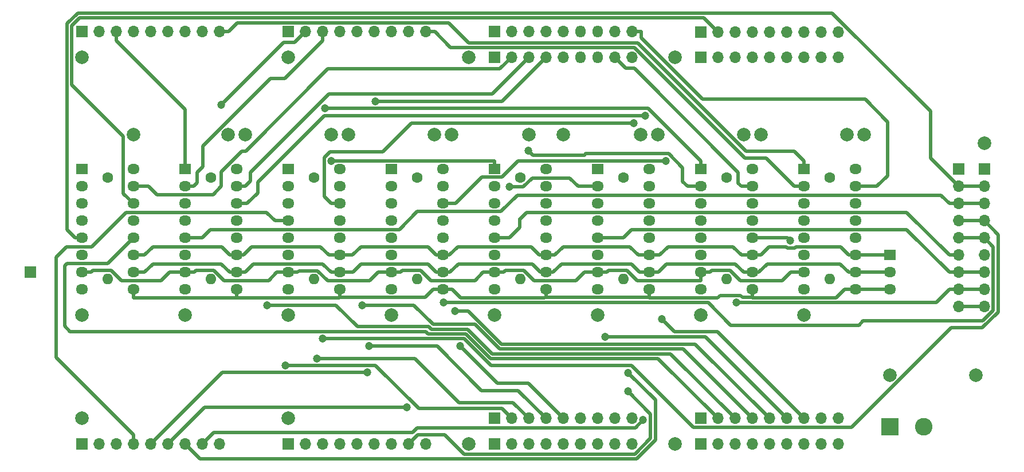
<source format=gbr>
%TF.GenerationSoftware,KiCad,Pcbnew,(5.1.8)-1*%
%TF.CreationDate,2022-11-23T21:50:43+03:00*%
%TF.ProjectId,MUX8x1-v3,4d555838-7831-42d7-9633-2e6b69636164,rev?*%
%TF.SameCoordinates,Original*%
%TF.FileFunction,Copper,L1,Top*%
%TF.FilePolarity,Positive*%
%FSLAX46Y46*%
G04 Gerber Fmt 4.6, Leading zero omitted, Abs format (unit mm)*
G04 Created by KiCad (PCBNEW (5.1.8)-1) date 2022-11-23 21:50:43*
%MOMM*%
%LPD*%
G01*
G04 APERTURE LIST*
%TA.AperFunction,ComponentPad*%
%ADD10O,1.700000X1.700000*%
%TD*%
%TA.AperFunction,ComponentPad*%
%ADD11R,1.700000X1.700000*%
%TD*%
%TA.AperFunction,ComponentPad*%
%ADD12O,1.500000X1.800000*%
%TD*%
%TA.AperFunction,ComponentPad*%
%ADD13O,1.600000X1.600000*%
%TD*%
%TA.AperFunction,ComponentPad*%
%ADD14C,1.600000*%
%TD*%
%TA.AperFunction,ComponentPad*%
%ADD15O,1.800000X1.500000*%
%TD*%
%TA.AperFunction,ComponentPad*%
%ADD16R,1.800000X1.500000*%
%TD*%
%TA.AperFunction,ComponentPad*%
%ADD17C,2.600000*%
%TD*%
%TA.AperFunction,ComponentPad*%
%ADD18R,2.600000X2.600000*%
%TD*%
%TA.AperFunction,ViaPad*%
%ADD19C,2.000000*%
%TD*%
%TA.AperFunction,ViaPad*%
%ADD20C,1.200000*%
%TD*%
%TA.AperFunction,Conductor*%
%ADD21C,0.500000*%
%TD*%
G04 APERTURE END LIST*
D10*
%TO.P,J21,9*%
%TO.N,/O7*%
X171450000Y-78740000D03*
%TO.P,J21,8*%
%TO.N,/O6*%
X171450000Y-76200000D03*
%TO.P,J21,7*%
%TO.N,/O5*%
X171450000Y-73660000D03*
%TO.P,J21,6*%
%TO.N,/O4*%
X171450000Y-71120000D03*
%TO.P,J21,5*%
%TO.N,/O3*%
X171450000Y-68580000D03*
%TO.P,J21,4*%
%TO.N,/O2*%
X171450000Y-66040000D03*
%TO.P,J21,3*%
%TO.N,/O1*%
X171450000Y-63500000D03*
%TO.P,J21,2*%
%TO.N,/O0*%
X171450000Y-60960000D03*
D11*
%TO.P,J21,1*%
%TO.N,GND*%
X171450000Y-58420000D03*
%TD*%
D10*
%TO.P,J19,9*%
%TO.N,/O7*%
X167640000Y-78740000D03*
%TO.P,J19,8*%
%TO.N,/O6*%
X167640000Y-76200000D03*
%TO.P,J19,7*%
%TO.N,/O5*%
X167640000Y-73660000D03*
%TO.P,J19,6*%
%TO.N,/O4*%
X167640000Y-71120000D03*
%TO.P,J19,5*%
%TO.N,/O3*%
X167640000Y-68580000D03*
%TO.P,J19,4*%
%TO.N,/O2*%
X167640000Y-66040000D03*
%TO.P,J19,3*%
%TO.N,/O1*%
X167640000Y-63500000D03*
%TO.P,J19,2*%
%TO.N,/O0*%
X167640000Y-60960000D03*
D11*
%TO.P,J19,1*%
%TO.N,GND*%
X167640000Y-58420000D03*
%TD*%
D10*
%TO.P,J18,9*%
%TO.N,/H7*%
X149860000Y-95250000D03*
%TO.P,J18,8*%
%TO.N,/H6*%
X147320000Y-95250000D03*
%TO.P,J18,7*%
%TO.N,/H5*%
X144780000Y-95250000D03*
%TO.P,J18,6*%
%TO.N,/H4*%
X142240000Y-95250000D03*
%TO.P,J18,5*%
%TO.N,/H3*%
X139700000Y-95250000D03*
%TO.P,J18,4*%
%TO.N,/H2*%
X137160000Y-95250000D03*
%TO.P,J18,3*%
%TO.N,/H1*%
X134620000Y-95250000D03*
%TO.P,J18,2*%
%TO.N,/H0*%
X132080000Y-95250000D03*
D11*
%TO.P,J18,1*%
%TO.N,GND*%
X129540000Y-95250000D03*
%TD*%
D10*
%TO.P,J16,9*%
%TO.N,/H7*%
X149860000Y-99060000D03*
%TO.P,J16,8*%
%TO.N,/H6*%
X147320000Y-99060000D03*
%TO.P,J16,7*%
%TO.N,/H5*%
X144780000Y-99060000D03*
%TO.P,J16,6*%
%TO.N,/H4*%
X142240000Y-99060000D03*
%TO.P,J16,5*%
%TO.N,/H3*%
X139700000Y-99060000D03*
%TO.P,J16,4*%
%TO.N,/H2*%
X137160000Y-99060000D03*
%TO.P,J16,3*%
%TO.N,/H1*%
X134620000Y-99060000D03*
%TO.P,J16,2*%
%TO.N,/H0*%
X132080000Y-99060000D03*
D11*
%TO.P,J16,1*%
%TO.N,GND*%
X129540000Y-99060000D03*
%TD*%
D10*
%TO.P,J15,9*%
%TO.N,/D7*%
X58420000Y-38100000D03*
%TO.P,J15,8*%
%TO.N,/D6*%
X55880000Y-38100000D03*
%TO.P,J15,7*%
%TO.N,/D5*%
X53340000Y-38100000D03*
%TO.P,J15,6*%
%TO.N,/D4*%
X50800000Y-38100000D03*
%TO.P,J15,5*%
%TO.N,/D3*%
X48260000Y-38100000D03*
%TO.P,J15,4*%
%TO.N,/D2*%
X45720000Y-38100000D03*
%TO.P,J15,3*%
%TO.N,/D1*%
X43180000Y-38100000D03*
%TO.P,J15,2*%
%TO.N,/D0*%
X40640000Y-38100000D03*
D11*
%TO.P,J15,1*%
%TO.N,GND*%
X38100000Y-38100000D03*
%TD*%
D10*
%TO.P,J14,9*%
%TO.N,/G7*%
X119380000Y-99060000D03*
%TO.P,J14,8*%
%TO.N,/G6*%
X116840000Y-99060000D03*
%TO.P,J14,7*%
%TO.N,/G5*%
X114300000Y-99060000D03*
%TO.P,J14,6*%
%TO.N,/G4*%
X111760000Y-99060000D03*
%TO.P,J14,5*%
%TO.N,/G3*%
X109220000Y-99060000D03*
%TO.P,J14,4*%
%TO.N,/G2*%
X106680000Y-99060000D03*
%TO.P,J14,3*%
%TO.N,/G1*%
X104140000Y-99060000D03*
%TO.P,J14,2*%
%TO.N,/G0*%
X101600000Y-99060000D03*
D11*
%TO.P,J14,1*%
%TO.N,GND*%
X99060000Y-99060000D03*
%TD*%
D10*
%TO.P,J12,9*%
%TO.N,/G7*%
X119380000Y-95250000D03*
%TO.P,J12,8*%
%TO.N,/G6*%
X116840000Y-95250000D03*
%TO.P,J12,7*%
%TO.N,/G5*%
X114300000Y-95250000D03*
%TO.P,J12,6*%
%TO.N,/G4*%
X111760000Y-95250000D03*
%TO.P,J12,5*%
%TO.N,/G3*%
X109220000Y-95250000D03*
%TO.P,J12,4*%
%TO.N,/G2*%
X106680000Y-95250000D03*
%TO.P,J12,3*%
%TO.N,/G1*%
X104140000Y-95250000D03*
%TO.P,J12,2*%
%TO.N,/G0*%
X101600000Y-95250000D03*
D11*
%TO.P,J12,1*%
%TO.N,GND*%
X99060000Y-95250000D03*
%TD*%
D10*
%TO.P,J11,9*%
%TO.N,/C7*%
X88900000Y-38100000D03*
%TO.P,J11,8*%
%TO.N,/C6*%
X86360000Y-38100000D03*
%TO.P,J11,7*%
%TO.N,/C5*%
X83820000Y-38100000D03*
%TO.P,J11,6*%
%TO.N,/C4*%
X81280000Y-38100000D03*
%TO.P,J11,5*%
%TO.N,/C3*%
X78740000Y-38100000D03*
%TO.P,J11,4*%
%TO.N,/C2*%
X76200000Y-38100000D03*
%TO.P,J11,3*%
%TO.N,/C1*%
X73660000Y-38100000D03*
%TO.P,J11,2*%
%TO.N,/C0*%
X71120000Y-38100000D03*
D11*
%TO.P,J11,1*%
%TO.N,GND*%
X68580000Y-38100000D03*
%TD*%
D10*
%TO.P,J8,9*%
%TO.N,/F7*%
X149860000Y-38140000D03*
%TO.P,J8,8*%
%TO.N,/F6*%
X147320000Y-38140000D03*
%TO.P,J8,7*%
%TO.N,/F5*%
X144780000Y-38140000D03*
%TO.P,J8,6*%
%TO.N,/F4*%
X142240000Y-38140000D03*
%TO.P,J8,5*%
%TO.N,/F3*%
X139700000Y-38140000D03*
%TO.P,J8,4*%
%TO.N,/F2*%
X137160000Y-38140000D03*
%TO.P,J8,3*%
%TO.N,/F1*%
X134620000Y-38140000D03*
%TO.P,J8,2*%
%TO.N,/F0*%
X132080000Y-38140000D03*
D11*
%TO.P,J8,1*%
%TO.N,GND*%
X129540000Y-38140000D03*
%TD*%
D10*
%TO.P,J6,9*%
%TO.N,/F7*%
X149860000Y-41910000D03*
%TO.P,J6,8*%
%TO.N,/F6*%
X147320000Y-41910000D03*
%TO.P,J6,7*%
%TO.N,/F5*%
X144780000Y-41910000D03*
%TO.P,J6,6*%
%TO.N,/F4*%
X142240000Y-41910000D03*
%TO.P,J6,5*%
%TO.N,/F3*%
X139700000Y-41910000D03*
%TO.P,J6,4*%
%TO.N,/F2*%
X137160000Y-41910000D03*
%TO.P,J6,3*%
%TO.N,/F1*%
X134620000Y-41910000D03*
%TO.P,J6,2*%
%TO.N,/F0*%
X132080000Y-41910000D03*
D11*
%TO.P,J6,1*%
%TO.N,GND*%
X129540000Y-41910000D03*
%TD*%
D10*
%TO.P,J5,9*%
%TO.N,/B7*%
X88900000Y-99060000D03*
%TO.P,J5,8*%
%TO.N,/B6*%
X86360000Y-99060000D03*
%TO.P,J5,7*%
%TO.N,/B5*%
X83820000Y-99060000D03*
%TO.P,J5,6*%
%TO.N,/B4*%
X81280000Y-99060000D03*
%TO.P,J5,5*%
%TO.N,/B3*%
X78740000Y-99060000D03*
%TO.P,J5,4*%
%TO.N,/B2*%
X76200000Y-99060000D03*
%TO.P,J5,3*%
%TO.N,/B1*%
X73660000Y-99060000D03*
%TO.P,J5,2*%
%TO.N,/B0*%
X71120000Y-99060000D03*
D11*
%TO.P,J5,1*%
%TO.N,GND*%
X68580000Y-99060000D03*
%TD*%
D10*
%TO.P,J4,9*%
%TO.N,/E7*%
X119380000Y-38100000D03*
%TO.P,J4,8*%
%TO.N,/E6*%
X116840000Y-38100000D03*
D12*
%TO.P,J4,7*%
%TO.N,/E5*%
X114300000Y-38100000D03*
%TO.P,J4,6*%
%TO.N,/E4*%
X111760000Y-38100000D03*
D10*
%TO.P,J4,5*%
%TO.N,/E3*%
X109220000Y-38100000D03*
%TO.P,J4,4*%
%TO.N,/E2*%
X106680000Y-38100000D03*
%TO.P,J4,3*%
%TO.N,/E1*%
X104140000Y-38100000D03*
%TO.P,J4,2*%
%TO.N,/E0*%
X101600000Y-38100000D03*
D11*
%TO.P,J4,1*%
%TO.N,GND*%
X99060000Y-38100000D03*
%TD*%
D10*
%TO.P,J2,9*%
%TO.N,/E7*%
X119380000Y-41910000D03*
%TO.P,J2,8*%
%TO.N,/E6*%
X116840000Y-41910000D03*
D12*
%TO.P,J2,7*%
%TO.N,/E5*%
X114300000Y-41910000D03*
%TO.P,J2,6*%
%TO.N,/E4*%
X111760000Y-41910000D03*
D10*
%TO.P,J2,5*%
%TO.N,/E3*%
X109220000Y-41910000D03*
%TO.P,J2,4*%
%TO.N,/E2*%
X106680000Y-41910000D03*
%TO.P,J2,3*%
%TO.N,/E1*%
X104140000Y-41910000D03*
%TO.P,J2,2*%
%TO.N,/E0*%
X101600000Y-41910000D03*
D11*
%TO.P,J2,1*%
%TO.N,GND*%
X99060000Y-41910000D03*
%TD*%
D10*
%TO.P,J1,9*%
%TO.N,/A7*%
X58420000Y-99060000D03*
%TO.P,J1,8*%
%TO.N,/A6*%
X55880000Y-99060000D03*
%TO.P,J1,7*%
%TO.N,/A5*%
X53340000Y-99060000D03*
%TO.P,J1,6*%
%TO.N,/A4*%
X50800000Y-99060000D03*
%TO.P,J1,5*%
%TO.N,/A3*%
X48260000Y-99060000D03*
%TO.P,J1,4*%
%TO.N,/A2*%
X45720000Y-99060000D03*
%TO.P,J1,3*%
%TO.N,/A1*%
X43180000Y-99060000D03*
%TO.P,J1,2*%
%TO.N,/A0*%
X40640000Y-99060000D03*
D11*
%TO.P,J1,1*%
%TO.N,GND*%
X38100000Y-99060000D03*
%TD*%
D13*
%TO.P,C8,2*%
%TO.N,GND*%
X148590000Y-74690000D03*
D14*
%TO.P,C8,1*%
%TO.N,VCC*%
X148590000Y-59690000D03*
%TD*%
D13*
%TO.P,C7,2*%
%TO.N,GND*%
X133350000Y-74690000D03*
D14*
%TO.P,C7,1*%
%TO.N,VCC*%
X133350000Y-59690000D03*
%TD*%
D13*
%TO.P,C6,2*%
%TO.N,GND*%
X118110000Y-74690000D03*
D14*
%TO.P,C6,1*%
%TO.N,VCC*%
X118110000Y-59690000D03*
%TD*%
D13*
%TO.P,C5,2*%
%TO.N,GND*%
X102870000Y-74690000D03*
D14*
%TO.P,C5,1*%
%TO.N,VCC*%
X102870000Y-59690000D03*
%TD*%
D13*
%TO.P,C4,2*%
%TO.N,GND*%
X87630000Y-74690000D03*
D14*
%TO.P,C4,1*%
%TO.N,VCC*%
X87630000Y-59690000D03*
%TD*%
D13*
%TO.P,C3,2*%
%TO.N,GND*%
X72390000Y-74690000D03*
D14*
%TO.P,C3,1*%
%TO.N,VCC*%
X72390000Y-59690000D03*
%TD*%
D13*
%TO.P,C2,2*%
%TO.N,GND*%
X57150000Y-74690000D03*
D14*
%TO.P,C2,1*%
%TO.N,VCC*%
X57150000Y-59690000D03*
%TD*%
D13*
%TO.P,C1,2*%
%TO.N,GND*%
X41910000Y-74690000D03*
D14*
%TO.P,C1,1*%
%TO.N,VCC*%
X41910000Y-59690000D03*
%TD*%
D15*
%TO.P,U8,16*%
%TO.N,VCC*%
X152400000Y-58420000D03*
%TO.P,U8,8*%
%TO.N,GND*%
X144780000Y-76200000D03*
%TO.P,U8,15*%
%TO.N,/E7*%
X152400000Y-60960000D03*
%TO.P,U8,7*%
%TO.N,/~E*%
X144780000Y-73660000D03*
%TO.P,U8,14*%
%TO.N,/F7*%
X152400000Y-63500000D03*
%TO.P,U8,6*%
%TO.N,Net-(U8-Pad6)*%
X144780000Y-71120000D03*
%TO.P,U8,13*%
%TO.N,/G7*%
X152400000Y-66040000D03*
%TO.P,U8,5*%
%TO.N,/O7*%
X144780000Y-68580000D03*
%TO.P,U8,12*%
%TO.N,/H7*%
X152400000Y-68580000D03*
%TO.P,U8,4*%
%TO.N,/A7*%
X144780000Y-66040000D03*
%TO.P,U8,11*%
%TO.N,/S0*%
X152400000Y-71120000D03*
%TO.P,U8,3*%
%TO.N,/B7*%
X144780000Y-63500000D03*
%TO.P,U8,10*%
%TO.N,/S1*%
X152400000Y-73660000D03*
%TO.P,U8,2*%
%TO.N,/C7*%
X144780000Y-60960000D03*
%TO.P,U8,9*%
%TO.N,/S2*%
X152400000Y-76200000D03*
D16*
%TO.P,U8,1*%
%TO.N,/D7*%
X144780000Y-58420000D03*
%TD*%
D15*
%TO.P,U7,16*%
%TO.N,VCC*%
X137160000Y-58420000D03*
%TO.P,U7,8*%
%TO.N,GND*%
X129540000Y-76200000D03*
%TO.P,U7,15*%
%TO.N,/E6*%
X137160000Y-60960000D03*
%TO.P,U7,7*%
%TO.N,/~E*%
X129540000Y-73660000D03*
%TO.P,U7,14*%
%TO.N,/F6*%
X137160000Y-63500000D03*
%TO.P,U7,6*%
%TO.N,Net-(U7-Pad6)*%
X129540000Y-71120000D03*
%TO.P,U7,13*%
%TO.N,/G6*%
X137160000Y-66040000D03*
%TO.P,U7,5*%
%TO.N,/O6*%
X129540000Y-68580000D03*
%TO.P,U7,12*%
%TO.N,/H6*%
X137160000Y-68580000D03*
%TO.P,U7,4*%
%TO.N,/A6*%
X129540000Y-66040000D03*
%TO.P,U7,11*%
%TO.N,/S0*%
X137160000Y-71120000D03*
%TO.P,U7,3*%
%TO.N,/B6*%
X129540000Y-63500000D03*
%TO.P,U7,10*%
%TO.N,/S1*%
X137160000Y-73660000D03*
%TO.P,U7,2*%
%TO.N,/C6*%
X129540000Y-60960000D03*
%TO.P,U7,9*%
%TO.N,/S2*%
X137160000Y-76200000D03*
D16*
%TO.P,U7,1*%
%TO.N,/D6*%
X129540000Y-58420000D03*
%TD*%
D15*
%TO.P,U6,16*%
%TO.N,VCC*%
X121920000Y-58420000D03*
%TO.P,U6,8*%
%TO.N,GND*%
X114300000Y-76200000D03*
%TO.P,U6,15*%
%TO.N,/E5*%
X121920000Y-60960000D03*
%TO.P,U6,7*%
%TO.N,/~E*%
X114300000Y-73660000D03*
%TO.P,U6,14*%
%TO.N,/F5*%
X121920000Y-63500000D03*
%TO.P,U6,6*%
%TO.N,Net-(U6-Pad6)*%
X114300000Y-71120000D03*
%TO.P,U6,13*%
%TO.N,/G5*%
X121920000Y-66040000D03*
%TO.P,U6,5*%
%TO.N,/O5*%
X114300000Y-68580000D03*
%TO.P,U6,12*%
%TO.N,/H5*%
X121920000Y-68580000D03*
%TO.P,U6,4*%
%TO.N,/A5*%
X114300000Y-66040000D03*
%TO.P,U6,11*%
%TO.N,/S0*%
X121920000Y-71120000D03*
%TO.P,U6,3*%
%TO.N,/B5*%
X114300000Y-63500000D03*
%TO.P,U6,10*%
%TO.N,/S1*%
X121920000Y-73660000D03*
%TO.P,U6,2*%
%TO.N,/C5*%
X114300000Y-60960000D03*
%TO.P,U6,9*%
%TO.N,/S2*%
X121920000Y-76200000D03*
D16*
%TO.P,U6,1*%
%TO.N,/D5*%
X114300000Y-58420000D03*
%TD*%
D15*
%TO.P,U5,16*%
%TO.N,VCC*%
X106680000Y-58420000D03*
%TO.P,U5,8*%
%TO.N,GND*%
X99060000Y-76200000D03*
%TO.P,U5,15*%
%TO.N,/E4*%
X106680000Y-60960000D03*
%TO.P,U5,7*%
%TO.N,/~E*%
X99060000Y-73660000D03*
%TO.P,U5,14*%
%TO.N,/F4*%
X106680000Y-63500000D03*
%TO.P,U5,6*%
%TO.N,Net-(U5-Pad6)*%
X99060000Y-71120000D03*
%TO.P,U5,13*%
%TO.N,/G4*%
X106680000Y-66040000D03*
%TO.P,U5,5*%
%TO.N,/O4*%
X99060000Y-68580000D03*
%TO.P,U5,12*%
%TO.N,/H4*%
X106680000Y-68580000D03*
%TO.P,U5,4*%
%TO.N,/A4*%
X99060000Y-66040000D03*
%TO.P,U5,11*%
%TO.N,/S0*%
X106680000Y-71120000D03*
%TO.P,U5,3*%
%TO.N,/B4*%
X99060000Y-63500000D03*
%TO.P,U5,10*%
%TO.N,/S1*%
X106680000Y-73660000D03*
%TO.P,U5,2*%
%TO.N,/C4*%
X99060000Y-60960000D03*
%TO.P,U5,9*%
%TO.N,/S2*%
X106680000Y-76200000D03*
D16*
%TO.P,U5,1*%
%TO.N,/D4*%
X99060000Y-58420000D03*
%TD*%
D15*
%TO.P,U4,16*%
%TO.N,VCC*%
X91440000Y-58420000D03*
%TO.P,U4,8*%
%TO.N,GND*%
X83820000Y-76200000D03*
%TO.P,U4,15*%
%TO.N,/E3*%
X91440000Y-60960000D03*
%TO.P,U4,7*%
%TO.N,/~E*%
X83820000Y-73660000D03*
%TO.P,U4,14*%
%TO.N,/F3*%
X91440000Y-63500000D03*
%TO.P,U4,6*%
%TO.N,Net-(U4-Pad6)*%
X83820000Y-71120000D03*
%TO.P,U4,13*%
%TO.N,/G3*%
X91440000Y-66040000D03*
%TO.P,U4,5*%
%TO.N,/O3*%
X83820000Y-68580000D03*
%TO.P,U4,12*%
%TO.N,/H3*%
X91440000Y-68580000D03*
%TO.P,U4,4*%
%TO.N,/A3*%
X83820000Y-66040000D03*
%TO.P,U4,11*%
%TO.N,/S0*%
X91440000Y-71120000D03*
%TO.P,U4,3*%
%TO.N,/B3*%
X83820000Y-63500000D03*
%TO.P,U4,10*%
%TO.N,/S1*%
X91440000Y-73660000D03*
%TO.P,U4,2*%
%TO.N,/C3*%
X83820000Y-60960000D03*
%TO.P,U4,9*%
%TO.N,/S2*%
X91440000Y-76200000D03*
D16*
%TO.P,U4,1*%
%TO.N,/D3*%
X83820000Y-58420000D03*
%TD*%
D15*
%TO.P,U3,16*%
%TO.N,VCC*%
X76200000Y-58420000D03*
%TO.P,U3,8*%
%TO.N,GND*%
X68580000Y-76200000D03*
%TO.P,U3,15*%
%TO.N,/E2*%
X76200000Y-60960000D03*
%TO.P,U3,7*%
%TO.N,/~E*%
X68580000Y-73660000D03*
%TO.P,U3,14*%
%TO.N,/F2*%
X76200000Y-63500000D03*
%TO.P,U3,6*%
%TO.N,Net-(U3-Pad6)*%
X68580000Y-71120000D03*
%TO.P,U3,13*%
%TO.N,/G2*%
X76200000Y-66040000D03*
%TO.P,U3,5*%
%TO.N,/O2*%
X68580000Y-68580000D03*
%TO.P,U3,12*%
%TO.N,/H2*%
X76200000Y-68580000D03*
%TO.P,U3,4*%
%TO.N,/A2*%
X68580000Y-66040000D03*
%TO.P,U3,11*%
%TO.N,/S0*%
X76200000Y-71120000D03*
%TO.P,U3,3*%
%TO.N,/B2*%
X68580000Y-63500000D03*
%TO.P,U3,10*%
%TO.N,/S1*%
X76200000Y-73660000D03*
%TO.P,U3,2*%
%TO.N,/C2*%
X68580000Y-60960000D03*
%TO.P,U3,9*%
%TO.N,/S2*%
X76200000Y-76200000D03*
D16*
%TO.P,U3,1*%
%TO.N,/D2*%
X68580000Y-58420000D03*
%TD*%
D15*
%TO.P,U2,16*%
%TO.N,VCC*%
X60960000Y-58420000D03*
%TO.P,U2,8*%
%TO.N,GND*%
X53340000Y-76200000D03*
%TO.P,U2,15*%
%TO.N,/E1*%
X60960000Y-60960000D03*
%TO.P,U2,7*%
%TO.N,/~E*%
X53340000Y-73660000D03*
%TO.P,U2,14*%
%TO.N,/F1*%
X60960000Y-63500000D03*
%TO.P,U2,6*%
%TO.N,Net-(U2-Pad6)*%
X53340000Y-71120000D03*
%TO.P,U2,13*%
%TO.N,/G1*%
X60960000Y-66040000D03*
%TO.P,U2,5*%
%TO.N,/O1*%
X53340000Y-68580000D03*
%TO.P,U2,12*%
%TO.N,/H1*%
X60960000Y-68580000D03*
%TO.P,U2,4*%
%TO.N,/A1*%
X53340000Y-66040000D03*
%TO.P,U2,11*%
%TO.N,/S0*%
X60960000Y-71120000D03*
%TO.P,U2,3*%
%TO.N,/B1*%
X53340000Y-63500000D03*
%TO.P,U2,10*%
%TO.N,/S1*%
X60960000Y-73660000D03*
%TO.P,U2,2*%
%TO.N,/C1*%
X53340000Y-60960000D03*
%TO.P,U2,9*%
%TO.N,/S2*%
X60960000Y-76200000D03*
D16*
%TO.P,U2,1*%
%TO.N,/D1*%
X53340000Y-58420000D03*
%TD*%
D15*
%TO.P,U1,16*%
%TO.N,VCC*%
X45720000Y-58420000D03*
%TO.P,U1,8*%
%TO.N,GND*%
X38100000Y-76200000D03*
%TO.P,U1,15*%
%TO.N,/E0*%
X45720000Y-60960000D03*
%TO.P,U1,7*%
%TO.N,/~E*%
X38100000Y-73660000D03*
%TO.P,U1,14*%
%TO.N,/F0*%
X45720000Y-63500000D03*
%TO.P,U1,6*%
%TO.N,Net-(U1-Pad6)*%
X38100000Y-71120000D03*
%TO.P,U1,13*%
%TO.N,/G0*%
X45720000Y-66040000D03*
%TO.P,U1,5*%
%TO.N,/O0*%
X38100000Y-68580000D03*
%TO.P,U1,12*%
%TO.N,/H0*%
X45720000Y-68580000D03*
%TO.P,U1,4*%
%TO.N,/A0*%
X38100000Y-66040000D03*
%TO.P,U1,11*%
%TO.N,/S0*%
X45720000Y-71120000D03*
%TO.P,U1,3*%
%TO.N,/B0*%
X38100000Y-63500000D03*
%TO.P,U1,10*%
%TO.N,/S1*%
X45720000Y-73660000D03*
%TO.P,U1,2*%
%TO.N,/C0*%
X38100000Y-60960000D03*
%TO.P,U1,9*%
%TO.N,/S2*%
X45720000Y-76200000D03*
D16*
%TO.P,U1,1*%
%TO.N,/D0*%
X38100000Y-58420000D03*
%TD*%
D11*
%TO.P,J20,1*%
%TO.N,/~E*%
X30480000Y-73660000D03*
%TD*%
D15*
%TO.P,J10,3*%
%TO.N,/S2*%
X157480000Y-76200000D03*
%TO.P,J10,2*%
%TO.N,/S1*%
X157480000Y-73660000D03*
D16*
%TO.P,J10,1*%
%TO.N,/S0*%
X157480000Y-71120000D03*
%TD*%
D17*
%TO.P,J9,2*%
%TO.N,GND*%
X162480000Y-96520000D03*
D18*
%TO.P,J9,1*%
%TO.N,VCC*%
X157480000Y-96520000D03*
%TD*%
D19*
%TO.N,GND*%
X171450000Y-54610000D03*
X144780000Y-80010000D03*
X129540000Y-80010000D03*
X114300000Y-80010000D03*
X99060000Y-80010000D03*
X83820000Y-80010000D03*
X68580000Y-80010000D03*
X53340000Y-80010000D03*
X38100000Y-80010000D03*
X38100000Y-95250000D03*
X68580000Y-95250000D03*
X95250000Y-99060000D03*
X125730000Y-99060000D03*
X125730000Y-41910000D03*
X95250000Y-41910000D03*
X68580000Y-41910000D03*
X38100000Y-41910000D03*
X170180000Y-88900000D03*
%TO.N,VCC*%
X157480000Y-88900000D03*
X151130000Y-53340000D03*
X138430000Y-53340000D03*
X123190000Y-53340000D03*
X109220000Y-53340000D03*
X92710000Y-53340000D03*
X77470000Y-53340000D03*
X59690000Y-53340000D03*
X45720000Y-53340000D03*
X153670000Y-53340000D03*
X135890000Y-53340000D03*
X120650000Y-53340000D03*
X104140000Y-53340000D03*
X90170000Y-53340000D03*
X74930000Y-53340000D03*
X62230000Y-53340000D03*
D20*
%TO.N,/A6*%
X121047400Y-95492800D03*
%TO.N,/A5*%
X118812900Y-88501900D03*
%TO.N,/A4*%
X86160600Y-93622200D03*
%TO.N,/A3*%
X80277400Y-88482200D03*
%TO.N,/E2*%
X81507700Y-48395900D03*
%TO.N,/B6*%
X118813500Y-91283200D03*
%TO.N,/F3*%
X124390300Y-57219700D03*
%TO.N,/F2*%
X119702800Y-51652700D03*
%TO.N,/F1*%
X121368200Y-50515400D03*
%TO.N,/C6*%
X104111300Y-55672600D03*
%TO.N,/C5*%
X101288200Y-61040800D03*
%TO.N,/C0*%
X58707800Y-48938500D03*
%TO.N,/G3*%
X93975900Y-84526300D03*
%TO.N,/G2*%
X80588500Y-84595800D03*
%TO.N,/G1*%
X72886000Y-86381400D03*
%TO.N,/G0*%
X68229700Y-87431800D03*
%TO.N,/D6*%
X74023800Y-49446300D03*
%TO.N,/D4*%
X74976200Y-57170000D03*
%TO.N,/H6*%
X142756400Y-68993800D03*
%TO.N,/H5*%
X123777100Y-80592000D03*
%TO.N,/H4*%
X115436200Y-83238000D03*
%TO.N,/H3*%
X93293600Y-79361700D03*
%TO.N,/H2*%
X79502200Y-78515100D03*
%TO.N,/H1*%
X65446900Y-78506000D03*
%TO.N,/O6*%
X134829700Y-78150300D03*
%TO.N,/O3*%
X91542700Y-78150400D03*
%TO.N,/O2*%
X73692200Y-83476000D03*
%TD*%
D21*
%TO.N,/A6*%
X55880000Y-99060000D02*
X57581300Y-97358700D01*
X57581300Y-97358700D02*
X86959200Y-97358700D01*
X86959200Y-97358700D02*
X87659500Y-96658400D01*
X87659500Y-96658400D02*
X119881800Y-96658400D01*
X119881800Y-96658400D02*
X121047400Y-95492800D01*
%TO.N,/A5*%
X53340000Y-99060000D02*
X55550700Y-101270700D01*
X55550700Y-101270700D02*
X120048600Y-101270700D01*
X120048600Y-101270700D02*
X122851100Y-98468200D01*
X122851100Y-98468200D02*
X122851100Y-92540100D01*
X122851100Y-92540100D02*
X118812900Y-88501900D01*
%TO.N,/A4*%
X50800000Y-99060000D02*
X56237800Y-93622200D01*
X56237800Y-93622200D02*
X86160600Y-93622200D01*
%TO.N,/A3*%
X48260000Y-99060000D02*
X58837800Y-88482200D01*
X58837800Y-88482200D02*
X80277400Y-88482200D01*
%TO.N,/A2*%
X45720000Y-97710000D02*
X45720000Y-99060000D01*
X34290000Y-86280000D02*
X45720000Y-97710000D01*
X34290000Y-71437500D02*
X34290000Y-86280000D01*
X35850200Y-69877300D02*
X34290000Y-71437500D01*
X39540900Y-69877300D02*
X35850200Y-69877300D01*
X44628200Y-64790000D02*
X39540900Y-69877300D01*
X66675000Y-66040000D02*
X65425000Y-64790000D01*
X68580000Y-66040000D02*
X66675000Y-66040000D01*
X65425000Y-64790000D02*
X44628200Y-64790000D01*
%TO.N,/E7*%
X155575000Y-60960000D02*
X152400000Y-60960000D01*
X157162500Y-59372500D02*
X155575000Y-60960000D01*
X157162500Y-51435000D02*
X157162500Y-59372500D01*
X153832700Y-48105200D02*
X157162500Y-51435000D01*
X120730000Y-39016700D02*
X129818500Y-48105200D01*
X129818500Y-48105200D02*
X153832700Y-48105200D01*
X120730000Y-38100000D02*
X120730000Y-39016700D01*
X119380000Y-38100000D02*
X120730000Y-38100000D01*
%TO.N,/E6*%
X119720900Y-43520900D02*
X118450900Y-43520900D01*
X118450900Y-43520900D02*
X116840000Y-41910000D01*
X137160000Y-60960000D02*
X135572500Y-60960000D01*
X135096250Y-60483750D02*
X135096250Y-58896250D01*
X135572500Y-60960000D02*
X135096250Y-60483750D01*
X135096250Y-58896250D02*
X119720900Y-43520900D01*
%TO.N,/E2*%
X106680000Y-41910000D02*
X100194100Y-48395900D01*
X100194100Y-48395900D02*
X81507700Y-48395900D01*
%TO.N,/E1*%
X74594400Y-47325600D02*
X98724400Y-47325600D01*
X98724400Y-47325600D02*
X104140000Y-41910000D01*
X60960000Y-60960000D02*
X62230000Y-60960000D01*
X63023750Y-60166250D02*
X63023750Y-58896250D01*
X62230000Y-60960000D02*
X63023750Y-60166250D01*
X63023750Y-58896250D02*
X74594400Y-47325600D01*
%TO.N,/E0*%
X99897500Y-43612500D02*
X101600000Y-41910000D01*
X74455200Y-43612500D02*
X99897500Y-43612500D01*
X61769100Y-55757300D02*
X62310400Y-55757300D01*
X62310400Y-55757300D02*
X74455200Y-43612500D01*
X58743700Y-58782700D02*
X61769100Y-55757300D01*
X58743700Y-60953800D02*
X58743700Y-58782700D01*
X57487500Y-62210000D02*
X58743700Y-60953800D01*
X49232500Y-62210000D02*
X57487500Y-62210000D01*
X47982500Y-60960000D02*
X49232500Y-62210000D01*
X45720000Y-60960000D02*
X47982500Y-60960000D01*
%TO.N,/B6*%
X118813500Y-91283200D02*
X122150700Y-94620400D01*
X122150700Y-94620400D02*
X122150700Y-98173400D01*
X122150700Y-98173400D02*
X119807100Y-100517000D01*
X119807100Y-100517000D02*
X94576700Y-100517000D01*
X94576700Y-100517000D02*
X91768500Y-97708800D01*
X91768500Y-97708800D02*
X87711200Y-97708800D01*
X87711200Y-97708800D02*
X86360000Y-99060000D01*
%TO.N,/F3*%
X100202700Y-59620400D02*
X102603400Y-57219700D01*
X102603400Y-57219700D02*
X124390300Y-57219700D01*
X91440000Y-63500000D02*
X93345000Y-63500000D01*
X93345000Y-63500000D02*
X97224600Y-59620400D01*
X97224600Y-59620400D02*
X100202700Y-59620400D01*
%TO.N,/F2*%
X86828900Y-51652700D02*
X119702800Y-51652700D01*
X82621500Y-55860100D02*
X86828900Y-51652700D01*
X74773500Y-55860100D02*
X82621500Y-55860100D01*
X73925800Y-56707800D02*
X74773500Y-55860100D01*
X73925800Y-62495800D02*
X73925800Y-56707800D01*
X74930000Y-63500000D02*
X73925800Y-62495800D01*
X76200000Y-63500000D02*
X74930000Y-63500000D01*
%TO.N,/F1*%
X73944600Y-50515400D02*
X121368200Y-50515400D01*
X60960000Y-63500000D02*
X62547500Y-63500000D01*
X64135000Y-61912500D02*
X64135000Y-60325000D01*
X62547500Y-63500000D02*
X64135000Y-61912500D01*
X64135000Y-60325000D02*
X73944600Y-50515400D01*
%TO.N,/F0*%
X45720000Y-63500000D02*
X44269600Y-62049600D01*
X44269600Y-62049600D02*
X44269600Y-53596800D01*
X44269600Y-53596800D02*
X36647800Y-45975000D01*
X36647800Y-45975000D02*
X36647800Y-37199500D01*
X36647800Y-37199500D02*
X37794300Y-36053000D01*
X37794300Y-36053000D02*
X129993000Y-36053000D01*
X129993000Y-36053000D02*
X132080000Y-38140000D01*
%TO.N,/C7*%
X88900000Y-38100000D02*
X90250000Y-38100000D01*
X144780000Y-60960000D02*
X143380000Y-60960000D01*
X143380000Y-60960000D02*
X139239800Y-56819800D01*
X139239800Y-56819800D02*
X136128800Y-56819800D01*
X136128800Y-56819800D02*
X119768600Y-40459600D01*
X119768600Y-40459600D02*
X92609600Y-40459600D01*
X92609600Y-40459600D02*
X90250000Y-38100000D01*
%TO.N,/C6*%
X124808900Y-56124400D02*
X112563900Y-56124400D01*
X112563900Y-56124400D02*
X112366500Y-56321800D01*
X112366500Y-56321800D02*
X104760500Y-56321800D01*
X104760500Y-56321800D02*
X104111300Y-55672600D01*
X129540000Y-60960000D02*
X127635000Y-60960000D01*
X126893500Y-60218500D02*
X126893500Y-58209000D01*
X127635000Y-60960000D02*
X126893500Y-60218500D01*
X126893500Y-58209000D02*
X124808900Y-56124400D01*
%TO.N,/C5*%
X104650200Y-59710000D02*
X103319400Y-61040800D01*
X103319400Y-61040800D02*
X101288200Y-61040800D01*
X111442500Y-60960000D02*
X110192500Y-59710000D01*
X114300000Y-60960000D02*
X111442500Y-60960000D01*
X110192500Y-59710000D02*
X104650200Y-59710000D01*
%TO.N,/C1*%
X73660000Y-38100000D02*
X73660000Y-39450000D01*
X55999400Y-58066200D02*
X55999400Y-54966400D01*
X55999400Y-54966400D02*
X65969400Y-44996400D01*
X65969400Y-44996400D02*
X68113600Y-44996400D01*
X68113600Y-44996400D02*
X73660000Y-39450000D01*
X53340000Y-60960000D02*
X54610000Y-60960000D01*
X55127800Y-60442200D02*
X55127800Y-58937800D01*
X54610000Y-60960000D02*
X55127800Y-60442200D01*
X55127800Y-58937800D02*
X55999400Y-58066200D01*
%TO.N,/C0*%
X71120000Y-38100000D02*
X69537700Y-39682300D01*
X69537700Y-39682300D02*
X67964000Y-39682300D01*
X67964000Y-39682300D02*
X58707800Y-48938500D01*
%TO.N,/G3*%
X109220000Y-95250000D02*
X104056400Y-90086400D01*
X104056400Y-90086400D02*
X99536000Y-90086400D01*
X99536000Y-90086400D02*
X93975900Y-84526300D01*
%TO.N,/G2*%
X106680000Y-95250000D02*
X102564800Y-91134800D01*
X102564800Y-91134800D02*
X97147000Y-91134800D01*
X97147000Y-91134800D02*
X90608000Y-84595800D01*
X90608000Y-84595800D02*
X80588500Y-84595800D01*
%TO.N,/G1*%
X72886000Y-86381400D02*
X87295600Y-86381400D01*
X87295600Y-86381400D02*
X93840400Y-92926200D01*
X93840400Y-92926200D02*
X101816200Y-92926200D01*
X101816200Y-92926200D02*
X104140000Y-95250000D01*
%TO.N,/G0*%
X68229700Y-87431800D02*
X81499800Y-87431800D01*
X81499800Y-87431800D02*
X87883600Y-93815600D01*
X87883600Y-93815600D02*
X100165600Y-93815600D01*
X100165600Y-93815600D02*
X101600000Y-95250000D01*
%TO.N,/D7*%
X144780000Y-57170000D02*
X143379400Y-55769400D01*
X143379400Y-55769400D02*
X136239000Y-55769400D01*
X136239000Y-55769400D02*
X120228800Y-39759200D01*
X120228800Y-39759200D02*
X95308700Y-39759200D01*
X95308700Y-39759200D02*
X92349200Y-36799700D01*
X92349200Y-36799700D02*
X61070300Y-36799700D01*
X61070300Y-36799700D02*
X59770000Y-38100000D01*
X58420000Y-38100000D02*
X59770000Y-38100000D01*
X144780000Y-58420000D02*
X144780000Y-57170000D01*
%TO.N,/D6*%
X129540000Y-57170000D02*
X121816300Y-49446300D01*
X121816300Y-49446300D02*
X74023800Y-49446300D01*
X129540000Y-58420000D02*
X129540000Y-57170000D01*
%TO.N,/D4*%
X99060000Y-57170000D02*
X74976200Y-57170000D01*
X99060000Y-58420000D02*
X99060000Y-57170000D01*
%TO.N,/D1*%
X43180000Y-38100000D02*
X43180000Y-39450000D01*
X53340000Y-58420000D02*
X53340000Y-49610000D01*
X53340000Y-49610000D02*
X43180000Y-39450000D01*
%TO.N,/H6*%
X137160000Y-68580000D02*
X142342600Y-68580000D01*
X142342600Y-68580000D02*
X142756400Y-68993800D01*
%TO.N,/H5*%
X123777100Y-80592000D02*
X125648700Y-82463600D01*
X125648700Y-82463600D02*
X131993600Y-82463600D01*
X131993600Y-82463600D02*
X144780000Y-95250000D01*
%TO.N,/H4*%
X115436200Y-83238000D02*
X130228000Y-83238000D01*
X130228000Y-83238000D02*
X142240000Y-95250000D01*
%TO.N,/H3*%
X139700000Y-95250000D02*
X128761500Y-84311500D01*
X128761500Y-84311500D02*
X100115000Y-84311500D01*
X100115000Y-84311500D02*
X95165200Y-79361700D01*
X95165200Y-79361700D02*
X93293600Y-79361700D01*
%TO.N,/H2*%
X137160000Y-95250000D02*
X126921800Y-85011800D01*
X126921800Y-85011800D02*
X99824800Y-85011800D01*
X99824800Y-85011800D02*
X96188100Y-81375100D01*
X96188100Y-81375100D02*
X90041500Y-81375100D01*
X90041500Y-81375100D02*
X87181500Y-78515100D01*
X87181500Y-78515100D02*
X79502200Y-78515100D01*
%TO.N,/H1*%
X134620000Y-95250000D02*
X125082100Y-85712100D01*
X125082100Y-85712100D02*
X98790000Y-85712100D01*
X98790000Y-85712100D02*
X95153300Y-82075400D01*
X95153300Y-82075400D02*
X89751300Y-82075400D01*
X89751300Y-82075400D02*
X89387900Y-81712000D01*
X89387900Y-81712000D02*
X78881400Y-81712000D01*
X78881400Y-81712000D02*
X75675400Y-78506000D01*
X75675400Y-78506000D02*
X65446900Y-78506000D01*
%TO.N,/H0*%
X123242400Y-86412400D02*
X132080000Y-95250000D01*
X98499800Y-86412400D02*
X123242400Y-86412400D01*
X94863100Y-82775700D02*
X98499800Y-86412400D01*
X89286100Y-82775700D02*
X94863100Y-82775700D01*
X88922800Y-82412400D02*
X89286100Y-82775700D01*
X35560000Y-81597500D02*
X36374900Y-82412400D01*
X35560000Y-72707500D02*
X35560000Y-81597500D01*
X36374900Y-82412400D02*
X88922800Y-82412400D01*
X35907900Y-72359600D02*
X35560000Y-72707500D01*
X41940400Y-72359600D02*
X35907900Y-72359600D01*
X45720000Y-68580000D02*
X41940400Y-72359600D01*
%TO.N,/S2*%
X106680000Y-77250000D02*
X106830400Y-77400400D01*
X106830400Y-77400400D02*
X121920000Y-77400400D01*
X121920000Y-76200000D02*
X121920000Y-77400400D01*
X106680000Y-77250000D02*
X106480000Y-77450000D01*
X106480000Y-77450000D02*
X94090000Y-77450000D01*
X94090000Y-77450000D02*
X92840000Y-76200000D01*
X137209600Y-77450000D02*
X137160000Y-77400400D01*
X91440000Y-76200000D02*
X92840000Y-76200000D01*
X45720000Y-76200000D02*
X45720000Y-77450000D01*
X45720000Y-77450000D02*
X60960000Y-77450000D01*
X60960000Y-76200000D02*
X60960000Y-77450000D01*
X76200000Y-77400200D02*
X76150200Y-77450000D01*
X76150200Y-77450000D02*
X60960000Y-77450000D01*
X76200000Y-77400200D02*
X76200200Y-77400400D01*
X76200200Y-77400400D02*
X88839600Y-77400400D01*
X88839600Y-77400400D02*
X90040000Y-76200000D01*
X76200000Y-77250000D02*
X76200000Y-77400200D01*
X152400000Y-76200000D02*
X157480000Y-76200000D01*
X137160000Y-76200000D02*
X137160000Y-77400400D01*
X106680000Y-76200000D02*
X106680000Y-77250000D01*
X91440000Y-76200000D02*
X90040000Y-76200000D01*
X76200000Y-76200000D02*
X76200000Y-77250000D01*
X150812500Y-76200000D02*
X149562500Y-77450000D01*
X152400000Y-76200000D02*
X150812500Y-76200000D01*
X149562500Y-77450000D02*
X137209600Y-77450000D01*
X121920000Y-77450000D02*
X121920000Y-77400400D01*
X132060000Y-77450000D02*
X121920000Y-77450000D01*
X132430200Y-77079800D02*
X132060000Y-77450000D01*
X135457200Y-77079800D02*
X132430200Y-77079800D01*
X135777800Y-77400400D02*
X135457200Y-77079800D01*
X137160000Y-77400400D02*
X135777800Y-77400400D01*
%TO.N,/S1*%
X157480000Y-73660000D02*
X152400000Y-73660000D01*
X151407500Y-73660000D02*
X150157500Y-72410000D01*
X152400000Y-73660000D02*
X151407500Y-73660000D01*
X92531700Y-73660000D02*
X93732100Y-72459600D01*
X91440000Y-73660000D02*
X92531700Y-73660000D01*
X90487500Y-73660000D02*
X89237500Y-72410000D01*
X91440000Y-73660000D02*
X90487500Y-73660000D01*
X47347500Y-73660000D02*
X48597500Y-72410000D01*
X45720000Y-73660000D02*
X47347500Y-73660000D01*
X107771700Y-73660000D02*
X108972100Y-72459600D01*
X106680000Y-73660000D02*
X107771700Y-73660000D01*
X105905800Y-73660000D02*
X104705400Y-72459600D01*
X106680000Y-73660000D02*
X105905800Y-73660000D01*
X93732100Y-72459600D02*
X104705400Y-72459600D01*
X137160000Y-73660000D02*
X138112500Y-73660000D01*
X138112500Y-73660000D02*
X139362500Y-72410000D01*
X150157500Y-72410000D02*
X139362500Y-72410000D01*
X135890000Y-73660000D02*
X134689600Y-72459600D01*
X137160000Y-73660000D02*
X135890000Y-73660000D01*
X123329200Y-73660000D02*
X124529600Y-72459600D01*
X121920000Y-73660000D02*
X123329200Y-73660000D01*
X124529600Y-72459600D02*
X134689600Y-72459600D01*
X120510800Y-73660000D02*
X119310400Y-72459600D01*
X121920000Y-73660000D02*
X120510800Y-73660000D01*
X108972100Y-72459600D02*
X119310400Y-72459600D01*
X78145000Y-73660000D02*
X79395000Y-72410000D01*
X76200000Y-73660000D02*
X78145000Y-73660000D01*
X79395000Y-72410000D02*
X89237500Y-72410000D01*
X74930000Y-73660000D02*
X73680000Y-72410000D01*
X76200000Y-73660000D02*
X74930000Y-73660000D01*
X62230000Y-73660000D02*
X63480000Y-72410000D01*
X60960000Y-73660000D02*
X62230000Y-73660000D01*
X73680000Y-72410000D02*
X63480000Y-72410000D01*
X59967500Y-73660000D02*
X58717500Y-72410000D01*
X60960000Y-73660000D02*
X59967500Y-73660000D01*
X48597500Y-72410000D02*
X58717500Y-72410000D01*
%TO.N,/S0*%
X142147200Y-69870000D02*
X142328500Y-70051300D01*
X142328500Y-70051300D02*
X143480800Y-70051300D01*
X143480800Y-70051300D02*
X143662100Y-69870000D01*
X157480000Y-71120000D02*
X152400000Y-71120000D01*
X151447500Y-71120000D02*
X150197500Y-69870000D01*
X152400000Y-71120000D02*
X151447500Y-71120000D01*
X143662100Y-69870000D02*
X150197500Y-69870000D01*
X92392500Y-71120000D02*
X93642500Y-69870000D01*
X91440000Y-71120000D02*
X92392500Y-71120000D01*
X90487500Y-71120000D02*
X89262300Y-69894800D01*
X91440000Y-71120000D02*
X90487500Y-71120000D01*
X47347500Y-71120000D02*
X48597500Y-69870000D01*
X45720000Y-71120000D02*
X47347500Y-71120000D01*
X107990000Y-71120000D02*
X109240000Y-69870000D01*
X106680000Y-71120000D02*
X107990000Y-71120000D01*
X105727500Y-71120000D02*
X104477500Y-69870000D01*
X106680000Y-71120000D02*
X105727500Y-71120000D01*
X93642500Y-69870000D02*
X104477500Y-69870000D01*
X138430000Y-71120000D02*
X139680000Y-69870000D01*
X137160000Y-71120000D02*
X138430000Y-71120000D01*
X139680000Y-69870000D02*
X142147200Y-69870000D01*
X137160000Y-71120000D02*
X136485000Y-71120000D01*
X135572500Y-71120000D02*
X134322500Y-69870000D01*
X137160000Y-71120000D02*
X135572500Y-71120000D01*
X123507500Y-71120000D02*
X124757500Y-69870000D01*
X121920000Y-71120000D02*
X123507500Y-71120000D01*
X124757500Y-69870000D02*
X134322500Y-69870000D01*
X120332500Y-71120000D02*
X119082500Y-69870000D01*
X121920000Y-71120000D02*
X120332500Y-71120000D01*
X109240000Y-69870000D02*
X119082500Y-69870000D01*
X78105000Y-71120000D02*
X79330200Y-69894800D01*
X76200000Y-71120000D02*
X78105000Y-71120000D01*
X89262300Y-69894800D02*
X79330200Y-69894800D01*
X74612500Y-71120000D02*
X73387300Y-69894800D01*
X76200000Y-71120000D02*
X74612500Y-71120000D01*
X62002100Y-71120000D02*
X63227300Y-69894800D01*
X60960000Y-71120000D02*
X62002100Y-71120000D01*
X73387300Y-69894800D02*
X63227300Y-69894800D01*
X60007500Y-71120000D02*
X58757500Y-69870000D01*
X60960000Y-71120000D02*
X60007500Y-71120000D01*
X48597500Y-69870000D02*
X58757500Y-69870000D01*
%TO.N,/O7*%
X167640000Y-78740000D02*
X171450000Y-78740000D01*
%TO.N,/O6*%
X166290000Y-76200000D02*
X164339700Y-78150300D01*
X164339700Y-78150300D02*
X134829700Y-78150300D01*
X167640000Y-76200000D02*
X166290000Y-76200000D01*
X171450000Y-76200000D02*
X167640000Y-76200000D01*
%TO.N,/O5*%
X167640000Y-73660000D02*
X166290000Y-73660000D01*
X159960000Y-67330000D02*
X166290000Y-73660000D01*
X171450000Y-73660000D02*
X168990000Y-73660000D01*
X167640000Y-73660000D02*
X168990000Y-73660000D01*
X118110000Y-68580000D02*
X119360000Y-67330000D01*
X114300000Y-68580000D02*
X118110000Y-68580000D01*
X119360000Y-67330000D02*
X159960000Y-67330000D01*
%TO.N,/O4*%
X167640000Y-71120000D02*
X166290000Y-71120000D01*
X159965200Y-64795200D02*
X166290000Y-71120000D01*
X99060000Y-68580000D02*
X101282500Y-68580000D01*
X101282500Y-68580000D02*
X102844800Y-67017700D01*
X102895200Y-65747700D02*
X103847700Y-64795200D01*
X102844800Y-65747700D02*
X102895200Y-65747700D01*
X103847700Y-64795200D02*
X159965200Y-64795200D01*
X102844800Y-67017700D02*
X102844800Y-65747700D01*
%TO.N,/O3*%
X168990000Y-68580000D02*
X171450000Y-68580000D01*
X167640000Y-68580000D02*
X168990000Y-68580000D01*
X172750400Y-69880400D02*
X171450000Y-68580000D01*
X172750400Y-79307500D02*
X172750400Y-69880400D01*
X171202500Y-80855400D02*
X172750400Y-79307500D01*
X153562900Y-80855400D02*
X171202500Y-80855400D01*
X152949100Y-81469200D02*
X153562900Y-80855400D01*
X133975400Y-81469200D02*
X152949100Y-81469200D01*
X130656600Y-78150400D02*
X133975400Y-81469200D01*
X91542700Y-78150400D02*
X130656600Y-78150400D01*
%TO.N,/O2*%
X171450000Y-66040000D02*
X173511500Y-68101500D01*
X173511500Y-68101500D02*
X173511500Y-79536900D01*
X173511500Y-79536900D02*
X171173000Y-81875400D01*
X171173000Y-81875400D02*
X166555900Y-81875400D01*
X166555900Y-81875400D02*
X151832300Y-96599000D01*
X151832300Y-96599000D02*
X128476200Y-96599000D01*
X128476200Y-96599000D02*
X119328800Y-87451600D01*
X119328800Y-87451600D02*
X98548500Y-87451600D01*
X98548500Y-87451600D02*
X94572900Y-83476000D01*
X94572900Y-83476000D02*
X73692200Y-83476000D01*
X171450000Y-66040000D02*
X168990000Y-66040000D01*
X167640000Y-66040000D02*
X168990000Y-66040000D01*
%TO.N,/O1*%
X167640000Y-63500000D02*
X166290000Y-63500000D01*
X85070000Y-67330000D02*
X87699700Y-64700300D01*
X87699700Y-64700300D02*
X100027300Y-64700300D01*
X100027300Y-64700300D02*
X102467100Y-62260500D01*
X102467100Y-62260500D02*
X165050500Y-62260500D01*
X165050500Y-62260500D02*
X166290000Y-63500000D01*
X171450000Y-63500000D02*
X167640000Y-63500000D01*
X55880000Y-68580000D02*
X57130000Y-67330000D01*
X53340000Y-68580000D02*
X55880000Y-68580000D01*
X57130000Y-67330000D02*
X85070000Y-67330000D01*
%TO.N,/O0*%
X171450000Y-60960000D02*
X167640000Y-60960000D01*
X163500900Y-56820900D02*
X167640000Y-60960000D01*
X163500900Y-49870800D02*
X163500900Y-56820900D01*
X148961400Y-35331300D02*
X163500900Y-49870800D01*
X37517700Y-35331300D02*
X148961400Y-35331300D01*
X35933200Y-36915800D02*
X37517700Y-35331300D01*
X35933200Y-67365700D02*
X35933200Y-36915800D01*
X37147500Y-68580000D02*
X35933200Y-67365700D01*
X38100000Y-68580000D02*
X37147500Y-68580000D01*
%TO.N,/~E*%
X99060000Y-73660000D02*
X100460000Y-73660000D01*
X100460000Y-73660000D02*
X100710000Y-73410000D01*
X100710000Y-73410000D02*
X103442200Y-73410000D01*
X103442200Y-73410000D02*
X104942200Y-74910000D01*
X129540000Y-73660000D02*
X129540000Y-74910000D01*
X114300000Y-73660000D02*
X115700000Y-73660000D01*
X115700000Y-73660000D02*
X115950000Y-73410000D01*
X115950000Y-73410000D02*
X118682200Y-73410000D01*
X118682200Y-73410000D02*
X120182200Y-74910000D01*
X120182200Y-74910000D02*
X129540000Y-74910000D01*
X38100000Y-73660000D02*
X39500000Y-73660000D01*
X39500000Y-73660000D02*
X39744300Y-73415700D01*
X39744300Y-73415700D02*
X42484300Y-73415700D01*
X42484300Y-73415700D02*
X43978600Y-74910000D01*
X129540000Y-73660000D02*
X130940000Y-73660000D01*
X130940000Y-73660000D02*
X131190000Y-73410000D01*
X131190000Y-73410000D02*
X133922200Y-73410000D01*
X133922200Y-73410000D02*
X135422200Y-74910000D01*
X83820000Y-73660000D02*
X85220000Y-73660000D01*
X85220000Y-73660000D02*
X85470000Y-73410000D01*
X85470000Y-73410000D02*
X88202200Y-73410000D01*
X88202200Y-73410000D02*
X89702200Y-74910000D01*
X68580000Y-73660000D02*
X69980000Y-73660000D01*
X69980000Y-73660000D02*
X70200400Y-73439600D01*
X70200400Y-73439600D02*
X72965400Y-73439600D01*
X72965400Y-73439600D02*
X74435800Y-74910000D01*
X54740000Y-73660000D02*
X55014800Y-73385200D01*
X55014800Y-73385200D02*
X57625400Y-73385200D01*
X57625400Y-73385200D02*
X59150200Y-74910000D01*
X53340000Y-73660000D02*
X54740000Y-73660000D01*
X112395000Y-73660000D02*
X111145000Y-74910000D01*
X114300000Y-73660000D02*
X112395000Y-73660000D01*
X104942200Y-74910000D02*
X111145000Y-74910000D01*
X81875000Y-73660000D02*
X80625000Y-74910000D01*
X83820000Y-73660000D02*
X81875000Y-73660000D01*
X74435800Y-74910000D02*
X80625000Y-74910000D01*
X66952500Y-73660000D02*
X65702500Y-74910000D01*
X68580000Y-73660000D02*
X66952500Y-73660000D01*
X59150200Y-74910000D02*
X65702500Y-74910000D01*
X51077500Y-73660000D02*
X49827500Y-74910000D01*
X53340000Y-73660000D02*
X51077500Y-73660000D01*
X43978600Y-74910000D02*
X49827500Y-74910000D01*
X97432500Y-73660000D02*
X96182500Y-74910000D01*
X99060000Y-73660000D02*
X97432500Y-73660000D01*
X89702200Y-74910000D02*
X96182500Y-74910000D01*
X142875000Y-73660000D02*
X141625000Y-74910000D01*
X144780000Y-73660000D02*
X142875000Y-73660000D01*
X135422200Y-74910000D02*
X141625000Y-74910000D01*
%TD*%
M02*

</source>
